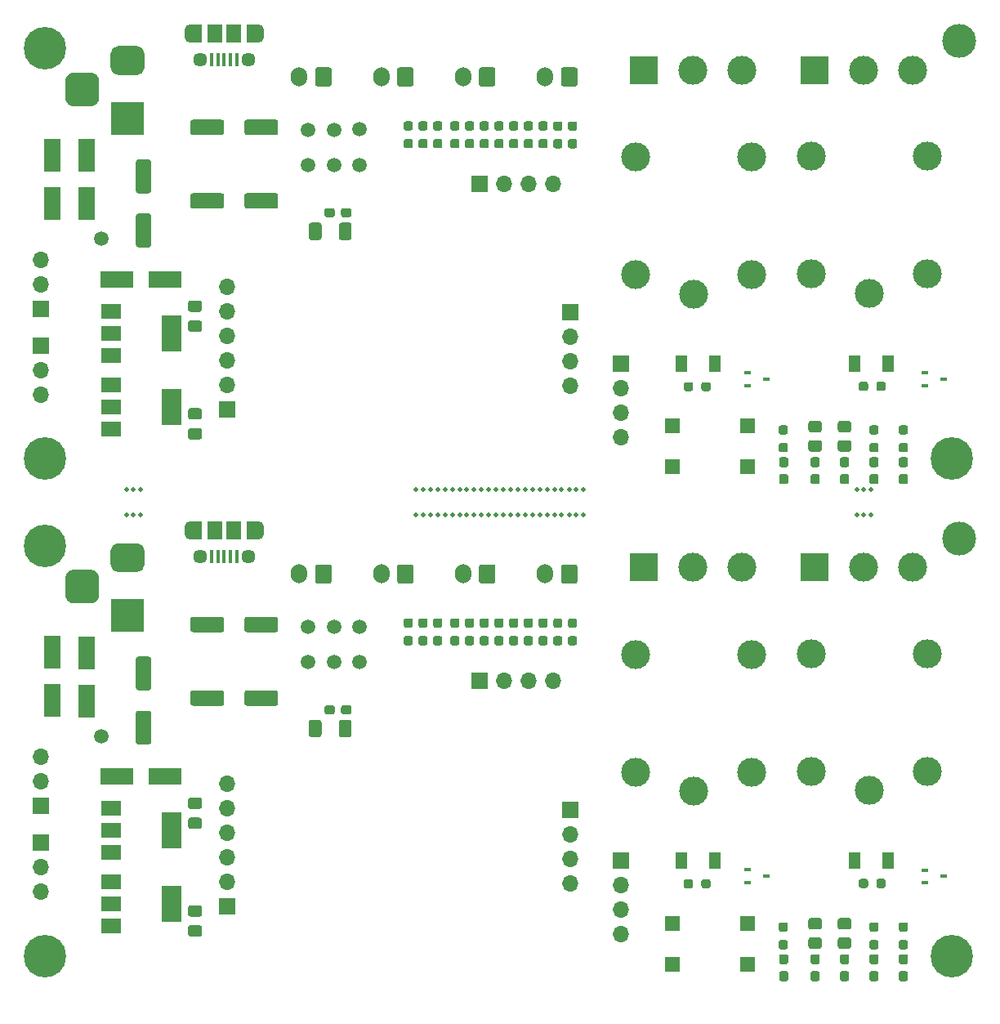
<source format=gbr>
G04 #@! TF.GenerationSoftware,KiCad,Pcbnew,5.1.9-73d0e3b20d~88~ubuntu18.04.1*
G04 #@! TF.CreationDate,2021-04-02T00:43:31+03:00*
G04 #@! TF.ProjectId,electra-100x100mm-2x1-panel,656c6563-7472-4612-9d31-303078313030,1*
G04 #@! TF.SameCoordinates,Original*
G04 #@! TF.FileFunction,Soldermask,Top*
G04 #@! TF.FilePolarity,Negative*
%FSLAX46Y46*%
G04 Gerber Fmt 4.6, Leading zero omitted, Abs format (unit mm)*
G04 Created by KiCad (PCBNEW 5.1.9-73d0e3b20d~88~ubuntu18.04.1) date 2021-04-02 00:43:31*
%MOMM*%
%LPD*%
G01*
G04 APERTURE LIST*
%ADD10R,2.000000X1.500000*%
%ADD11R,2.000000X3.800000*%
%ADD12R,1.800000X3.500000*%
%ADD13C,4.400000*%
%ADD14C,0.700000*%
%ADD15O,1.700000X2.000000*%
%ADD16C,1.500000*%
%ADD17C,3.000000*%
%ADD18R,3.000000X3.000000*%
%ADD19R,1.300000X1.700000*%
%ADD20R,3.500000X3.500000*%
%ADD21R,3.500000X1.800000*%
%ADD22O,1.700000X1.700000*%
%ADD23R,1.700000X1.700000*%
%ADD24R,1.200000X1.900000*%
%ADD25O,1.200000X1.900000*%
%ADD26R,1.500000X1.900000*%
%ADD27C,1.450000*%
%ADD28R,0.400000X1.350000*%
%ADD29R,0.700000X0.450000*%
%ADD30C,2.600000*%
%ADD31C,3.500000*%
%ADD32R,1.500000X1.500000*%
%ADD33C,0.500000*%
G04 APERTURE END LIST*
G36*
G01*
X137216300Y-133963397D02*
X137216300Y-135263403D01*
G75*
G02*
X136966303Y-135513400I-249997J0D01*
G01*
X136141297Y-135513400D01*
G75*
G02*
X135891300Y-135263403I0J249997D01*
G01*
X135891300Y-133963397D01*
G75*
G02*
X136141297Y-133713400I249997J0D01*
G01*
X136966303Y-133713400D01*
G75*
G02*
X137216300Y-133963397I0J-249997D01*
G01*
G37*
G36*
G01*
X140341300Y-133963397D02*
X140341300Y-135263403D01*
G75*
G02*
X140091303Y-135513400I-249997J0D01*
G01*
X139266297Y-135513400D01*
G75*
G02*
X139016300Y-135263403I0J249997D01*
G01*
X139016300Y-133963397D01*
G75*
G02*
X139266297Y-133713400I249997J0D01*
G01*
X140091303Y-133713400D01*
G75*
G02*
X140341300Y-133963397I0J-249997D01*
G01*
G37*
D10*
X115370600Y-150499800D03*
X115370600Y-155099800D03*
X115370600Y-152799800D03*
D11*
X121670600Y-152799800D03*
G36*
G01*
X161942100Y-124192800D02*
X161467100Y-124192800D01*
G75*
G02*
X161229600Y-123955300I0J237500D01*
G01*
X161229600Y-123455300D01*
G75*
G02*
X161467100Y-123217800I237500J0D01*
G01*
X161942100Y-123217800D01*
G75*
G02*
X162179600Y-123455300I0J-237500D01*
G01*
X162179600Y-123955300D01*
G75*
G02*
X161942100Y-124192800I-237500J0D01*
G01*
G37*
G36*
G01*
X161942100Y-126017800D02*
X161467100Y-126017800D01*
G75*
G02*
X161229600Y-125780300I0J237500D01*
G01*
X161229600Y-125280300D01*
G75*
G02*
X161467100Y-125042800I237500J0D01*
G01*
X161942100Y-125042800D01*
G75*
G02*
X162179600Y-125280300I0J-237500D01*
G01*
X162179600Y-125780300D01*
G75*
G02*
X161942100Y-126017800I-237500J0D01*
G01*
G37*
G36*
G01*
X145969100Y-125030800D02*
X146444100Y-125030800D01*
G75*
G02*
X146681600Y-125268300I0J-237500D01*
G01*
X146681600Y-125768300D01*
G75*
G02*
X146444100Y-126005800I-237500J0D01*
G01*
X145969100Y-126005800D01*
G75*
G02*
X145731600Y-125768300I0J237500D01*
G01*
X145731600Y-125268300D01*
G75*
G02*
X145969100Y-125030800I237500J0D01*
G01*
G37*
G36*
G01*
X145969100Y-123205800D02*
X146444100Y-123205800D01*
G75*
G02*
X146681600Y-123443300I0J-237500D01*
G01*
X146681600Y-123943300D01*
G75*
G02*
X146444100Y-124180800I-237500J0D01*
G01*
X145969100Y-124180800D01*
G75*
G02*
X145731600Y-123943300I0J237500D01*
G01*
X145731600Y-123443300D01*
G75*
G02*
X145969100Y-123205800I237500J0D01*
G01*
G37*
G36*
G01*
X138591800Y-132445500D02*
X138591800Y-132920500D01*
G75*
G02*
X138354300Y-133158000I-237500J0D01*
G01*
X137754300Y-133158000D01*
G75*
G02*
X137516800Y-132920500I0J237500D01*
G01*
X137516800Y-132445500D01*
G75*
G02*
X137754300Y-132208000I237500J0D01*
G01*
X138354300Y-132208000D01*
G75*
G02*
X138591800Y-132445500I0J-237500D01*
G01*
G37*
G36*
G01*
X140316800Y-132445500D02*
X140316800Y-132920500D01*
G75*
G02*
X140079300Y-133158000I-237500J0D01*
G01*
X139479300Y-133158000D01*
G75*
G02*
X139241800Y-132920500I0J237500D01*
G01*
X139241800Y-132445500D01*
G75*
G02*
X139479300Y-132208000I237500J0D01*
G01*
X140079300Y-132208000D01*
G75*
G02*
X140316800Y-132445500I0J-237500D01*
G01*
G37*
D12*
X112848600Y-131767800D03*
X112848600Y-126767800D03*
D13*
X108566600Y-158167800D03*
D14*
X110216600Y-158167800D03*
X109733326Y-159334526D03*
X108566600Y-159817800D03*
X107399874Y-159334526D03*
X106916600Y-158167800D03*
X107399874Y-157001074D03*
X108566600Y-156517800D03*
X109733326Y-157001074D03*
D15*
X160394400Y-118611400D03*
G36*
G01*
X163744400Y-117861400D02*
X163744400Y-119361400D01*
G75*
G02*
X163494400Y-119611400I-250000J0D01*
G01*
X162294400Y-119611400D01*
G75*
G02*
X162044400Y-119361400I0J250000D01*
G01*
X162044400Y-117861400D01*
G75*
G02*
X162294400Y-117611400I250000J0D01*
G01*
X163494400Y-117611400D01*
G75*
G02*
X163744400Y-117861400I0J-250000D01*
G01*
G37*
D16*
X114393100Y-135400800D03*
G36*
G01*
X151270100Y-126005800D02*
X150795100Y-126005800D01*
G75*
G02*
X150557600Y-125768300I0J237500D01*
G01*
X150557600Y-125268300D01*
G75*
G02*
X150795100Y-125030800I237500J0D01*
G01*
X151270100Y-125030800D01*
G75*
G02*
X151507600Y-125268300I0J-237500D01*
G01*
X151507600Y-125768300D01*
G75*
G02*
X151270100Y-126005800I-237500J0D01*
G01*
G37*
G36*
G01*
X151270100Y-124180800D02*
X150795100Y-124180800D01*
G75*
G02*
X150557600Y-123943300I0J237500D01*
G01*
X150557600Y-123443300D01*
G75*
G02*
X150795100Y-123205800I237500J0D01*
G01*
X151270100Y-123205800D01*
G75*
G02*
X151507600Y-123443300I0J-237500D01*
G01*
X151507600Y-123943300D01*
G75*
G02*
X151270100Y-124180800I-237500J0D01*
G01*
G37*
D17*
X198486600Y-117887800D03*
X193406600Y-117887800D03*
D18*
X188326600Y-117887800D03*
G36*
G01*
X146751800Y-117861400D02*
X146751800Y-119361400D01*
G75*
G02*
X146501800Y-119611400I-250000J0D01*
G01*
X145301800Y-119611400D01*
G75*
G02*
X145051800Y-119361400I0J250000D01*
G01*
X145051800Y-117861400D01*
G75*
G02*
X145301800Y-117611400I250000J0D01*
G01*
X146501800Y-117611400D01*
G75*
G02*
X146751800Y-117861400I0J-250000D01*
G01*
G37*
D15*
X143401800Y-118611400D03*
X134918200Y-118611400D03*
G36*
G01*
X138268200Y-117861400D02*
X138268200Y-119361400D01*
G75*
G02*
X138018200Y-119611400I-250000J0D01*
G01*
X136818200Y-119611400D01*
G75*
G02*
X136568200Y-119361400I0J250000D01*
G01*
X136568200Y-117861400D01*
G75*
G02*
X136818200Y-117611400I250000J0D01*
G01*
X138018200Y-117611400D01*
G75*
G02*
X138268200Y-117861400I0J-250000D01*
G01*
G37*
D18*
X170576600Y-117887800D03*
D17*
X175656600Y-117887800D03*
X180736600Y-117887800D03*
D19*
X195949900Y-148316700D03*
X192449900Y-148316700D03*
G36*
G01*
X175728200Y-150466800D02*
X175728200Y-150941800D01*
G75*
G02*
X175490700Y-151179300I-237500J0D01*
G01*
X174990700Y-151179300D01*
G75*
G02*
X174753200Y-150941800I0J237500D01*
G01*
X174753200Y-150466800D01*
G75*
G02*
X174990700Y-150229300I237500J0D01*
G01*
X175490700Y-150229300D01*
G75*
G02*
X175728200Y-150466800I0J-237500D01*
G01*
G37*
G36*
G01*
X177553200Y-150466800D02*
X177553200Y-150941800D01*
G75*
G02*
X177315700Y-151179300I-237500J0D01*
G01*
X176815700Y-151179300D01*
G75*
G02*
X176578200Y-150941800I0J237500D01*
G01*
X176578200Y-150466800D01*
G75*
G02*
X176815700Y-150229300I237500J0D01*
G01*
X177315700Y-150229300D01*
G75*
G02*
X177553200Y-150466800I0J-237500D01*
G01*
G37*
G36*
G01*
X119324600Y-130667800D02*
X118224600Y-130667800D01*
G75*
G02*
X117974600Y-130417800I0J250000D01*
G01*
X117974600Y-127417800D01*
G75*
G02*
X118224600Y-127167800I250000J0D01*
G01*
X119324600Y-127167800D01*
G75*
G02*
X119574600Y-127417800I0J-250000D01*
G01*
X119574600Y-130417800D01*
G75*
G02*
X119324600Y-130667800I-250000J0D01*
G01*
G37*
G36*
G01*
X119324600Y-136267800D02*
X118224600Y-136267800D01*
G75*
G02*
X117974600Y-136017800I0J250000D01*
G01*
X117974600Y-133017800D01*
G75*
G02*
X118224600Y-132767800I250000J0D01*
G01*
X119324600Y-132767800D01*
G75*
G02*
X119574600Y-133017800I0J-250000D01*
G01*
X119574600Y-136017800D01*
G75*
G02*
X119324600Y-136267800I-250000J0D01*
G01*
G37*
G36*
G01*
X155842100Y-126005800D02*
X155367100Y-126005800D01*
G75*
G02*
X155129600Y-125768300I0J237500D01*
G01*
X155129600Y-125268300D01*
G75*
G02*
X155367100Y-125030800I237500J0D01*
G01*
X155842100Y-125030800D01*
G75*
G02*
X156079600Y-125268300I0J-237500D01*
G01*
X156079600Y-125768300D01*
G75*
G02*
X155842100Y-126005800I-237500J0D01*
G01*
G37*
G36*
G01*
X155842100Y-124180800D02*
X155367100Y-124180800D01*
G75*
G02*
X155129600Y-123943300I0J237500D01*
G01*
X155129600Y-123443300D01*
G75*
G02*
X155367100Y-123205800I237500J0D01*
G01*
X155842100Y-123205800D01*
G75*
G02*
X156079600Y-123443300I0J-237500D01*
G01*
X156079600Y-123943300D01*
G75*
G02*
X155842100Y-124180800I-237500J0D01*
G01*
G37*
G36*
G01*
X123622600Y-124393800D02*
X123622600Y-123293800D01*
G75*
G02*
X123872600Y-123043800I250000J0D01*
G01*
X126872600Y-123043800D01*
G75*
G02*
X127122600Y-123293800I0J-250000D01*
G01*
X127122600Y-124393800D01*
G75*
G02*
X126872600Y-124643800I-250000J0D01*
G01*
X123872600Y-124643800D01*
G75*
G02*
X123622600Y-124393800I0J250000D01*
G01*
G37*
G36*
G01*
X129222600Y-124393800D02*
X129222600Y-123293800D01*
G75*
G02*
X129472600Y-123043800I250000J0D01*
G01*
X132472600Y-123043800D01*
G75*
G02*
X132722600Y-123293800I0J-250000D01*
G01*
X132722600Y-124393800D01*
G75*
G02*
X132472600Y-124643800I-250000J0D01*
G01*
X129472600Y-124643800D01*
G75*
G02*
X129222600Y-124393800I0J250000D01*
G01*
G37*
G36*
G01*
X124583600Y-142951800D02*
X123633600Y-142951800D01*
G75*
G02*
X123383600Y-142701800I0J250000D01*
G01*
X123383600Y-142026800D01*
G75*
G02*
X123633600Y-141776800I250000J0D01*
G01*
X124583600Y-141776800D01*
G75*
G02*
X124833600Y-142026800I0J-250000D01*
G01*
X124833600Y-142701800D01*
G75*
G02*
X124583600Y-142951800I-250000J0D01*
G01*
G37*
G36*
G01*
X124583600Y-145026800D02*
X123633600Y-145026800D01*
G75*
G02*
X123383600Y-144776800I0J250000D01*
G01*
X123383600Y-144101800D01*
G75*
G02*
X123633600Y-143851800I250000J0D01*
G01*
X124583600Y-143851800D01*
G75*
G02*
X124833600Y-144101800I0J-250000D01*
G01*
X124833600Y-144776800D01*
G75*
G02*
X124583600Y-145026800I-250000J0D01*
G01*
G37*
G36*
G01*
X111541600Y-118167800D02*
X113291600Y-118167800D01*
G75*
G02*
X114166600Y-119042800I0J-875000D01*
G01*
X114166600Y-120792800D01*
G75*
G02*
X113291600Y-121667800I-875000J0D01*
G01*
X111541600Y-121667800D01*
G75*
G02*
X110666600Y-120792800I0J875000D01*
G01*
X110666600Y-119042800D01*
G75*
G02*
X111541600Y-118167800I875000J0D01*
G01*
G37*
G36*
G01*
X116116600Y-115417800D02*
X118116600Y-115417800D01*
G75*
G02*
X118866600Y-116167800I0J-750000D01*
G01*
X118866600Y-117667800D01*
G75*
G02*
X118116600Y-118417800I-750000J0D01*
G01*
X116116600Y-118417800D01*
G75*
G02*
X115366600Y-117667800I0J750000D01*
G01*
X115366600Y-116167800D01*
G75*
G02*
X116116600Y-115417800I750000J0D01*
G01*
G37*
D20*
X117116600Y-122917800D03*
D21*
X116020600Y-139591800D03*
X121020600Y-139591800D03*
D22*
X108106600Y-137559800D03*
X108106600Y-140099800D03*
D23*
X108106600Y-142639800D03*
G36*
G01*
X123633600Y-152931300D02*
X124583600Y-152931300D01*
G75*
G02*
X124833600Y-153181300I0J-250000D01*
G01*
X124833600Y-153856300D01*
G75*
G02*
X124583600Y-154106300I-250000J0D01*
G01*
X123633600Y-154106300D01*
G75*
G02*
X123383600Y-153856300I0J250000D01*
G01*
X123383600Y-153181300D01*
G75*
G02*
X123633600Y-152931300I250000J0D01*
G01*
G37*
G36*
G01*
X123633600Y-155006300D02*
X124583600Y-155006300D01*
G75*
G02*
X124833600Y-155256300I0J-250000D01*
G01*
X124833600Y-155931300D01*
G75*
G02*
X124583600Y-156181300I-250000J0D01*
G01*
X123633600Y-156181300D01*
G75*
G02*
X123383600Y-155931300I0J250000D01*
G01*
X123383600Y-155256300D01*
G75*
G02*
X123633600Y-155006300I250000J0D01*
G01*
G37*
D22*
X127436000Y-140379200D03*
X127436000Y-142919200D03*
X127436000Y-145459200D03*
X127436000Y-147999200D03*
X127436000Y-150539200D03*
D23*
X127436000Y-153079200D03*
G36*
G01*
X129222600Y-132013800D02*
X129222600Y-130913800D01*
G75*
G02*
X129472600Y-130663800I250000J0D01*
G01*
X132472600Y-130663800D01*
G75*
G02*
X132722600Y-130913800I0J-250000D01*
G01*
X132722600Y-132013800D01*
G75*
G02*
X132472600Y-132263800I-250000J0D01*
G01*
X129472600Y-132263800D01*
G75*
G02*
X129222600Y-132013800I0J250000D01*
G01*
G37*
G36*
G01*
X123622600Y-132013800D02*
X123622600Y-130913800D01*
G75*
G02*
X123872600Y-130663800I250000J0D01*
G01*
X126872600Y-130663800D01*
G75*
G02*
X127122600Y-130913800I0J-250000D01*
G01*
X127122600Y-132013800D01*
G75*
G02*
X126872600Y-132263800I-250000J0D01*
G01*
X123872600Y-132263800D01*
G75*
G02*
X123622600Y-132013800I0J250000D01*
G01*
G37*
X108106600Y-146449800D03*
D22*
X108106600Y-148989800D03*
X108106600Y-151529800D03*
D24*
X130026600Y-114097800D03*
X124226600Y-114097800D03*
D25*
X123626600Y-114097800D03*
X130626600Y-114097800D03*
D26*
X128126600Y-114097800D03*
D27*
X124626600Y-116797800D03*
D28*
X127126600Y-116797800D03*
X126476600Y-116797800D03*
X125826600Y-116797800D03*
X128426600Y-116797800D03*
X127776600Y-116797800D03*
D27*
X129626600Y-116797800D03*
D26*
X126126600Y-114097800D03*
D10*
X115370600Y-142879800D03*
X115370600Y-147479800D03*
X115370600Y-145179800D03*
D11*
X121670600Y-145179800D03*
G36*
G01*
X197752100Y-160803800D02*
X197277100Y-160803800D01*
G75*
G02*
X197039600Y-160566300I0J237500D01*
G01*
X197039600Y-159991300D01*
G75*
G02*
X197277100Y-159753800I237500J0D01*
G01*
X197752100Y-159753800D01*
G75*
G02*
X197989600Y-159991300I0J-237500D01*
G01*
X197989600Y-160566300D01*
G75*
G02*
X197752100Y-160803800I-237500J0D01*
G01*
G37*
G36*
G01*
X197752100Y-159053800D02*
X197277100Y-159053800D01*
G75*
G02*
X197039600Y-158816300I0J237500D01*
G01*
X197039600Y-158241300D01*
G75*
G02*
X197277100Y-158003800I237500J0D01*
G01*
X197752100Y-158003800D01*
G75*
G02*
X197989600Y-158241300I0J-237500D01*
G01*
X197989600Y-158816300D01*
G75*
G02*
X197752100Y-159053800I-237500J0D01*
G01*
G37*
D22*
X161192600Y-129685800D03*
X158652600Y-129685800D03*
X156112600Y-129685800D03*
D23*
X153572600Y-129685800D03*
G36*
G01*
X162987100Y-123217800D02*
X163462100Y-123217800D01*
G75*
G02*
X163699600Y-123455300I0J-237500D01*
G01*
X163699600Y-123955300D01*
G75*
G02*
X163462100Y-124192800I-237500J0D01*
G01*
X162987100Y-124192800D01*
G75*
G02*
X162749600Y-123955300I0J237500D01*
G01*
X162749600Y-123455300D01*
G75*
G02*
X162987100Y-123217800I237500J0D01*
G01*
G37*
G36*
G01*
X162987100Y-125042800D02*
X163462100Y-125042800D01*
G75*
G02*
X163699600Y-125280300I0J-237500D01*
G01*
X163699600Y-125780300D01*
G75*
G02*
X163462100Y-126017800I-237500J0D01*
G01*
X162987100Y-126017800D01*
G75*
G02*
X162749600Y-125780300I0J237500D01*
G01*
X162749600Y-125280300D01*
G75*
G02*
X162987100Y-125042800I237500J0D01*
G01*
G37*
G36*
G01*
X149017100Y-125030800D02*
X149492100Y-125030800D01*
G75*
G02*
X149729600Y-125268300I0J-237500D01*
G01*
X149729600Y-125768300D01*
G75*
G02*
X149492100Y-126005800I-237500J0D01*
G01*
X149017100Y-126005800D01*
G75*
G02*
X148779600Y-125768300I0J237500D01*
G01*
X148779600Y-125268300D01*
G75*
G02*
X149017100Y-125030800I237500J0D01*
G01*
G37*
G36*
G01*
X149017100Y-123205800D02*
X149492100Y-123205800D01*
G75*
G02*
X149729600Y-123443300I0J-237500D01*
G01*
X149729600Y-123943300D01*
G75*
G02*
X149492100Y-124180800I-237500J0D01*
G01*
X149017100Y-124180800D01*
G75*
G02*
X148779600Y-123943300I0J237500D01*
G01*
X148779600Y-123443300D01*
G75*
G02*
X149017100Y-123205800I237500J0D01*
G01*
G37*
G36*
G01*
X157366100Y-124180800D02*
X156891100Y-124180800D01*
G75*
G02*
X156653600Y-123943300I0J237500D01*
G01*
X156653600Y-123443300D01*
G75*
G02*
X156891100Y-123205800I237500J0D01*
G01*
X157366100Y-123205800D01*
G75*
G02*
X157603600Y-123443300I0J-237500D01*
G01*
X157603600Y-123943300D01*
G75*
G02*
X157366100Y-124180800I-237500J0D01*
G01*
G37*
G36*
G01*
X157366100Y-126005800D02*
X156891100Y-126005800D01*
G75*
G02*
X156653600Y-125768300I0J237500D01*
G01*
X156653600Y-125268300D01*
G75*
G02*
X156891100Y-125030800I237500J0D01*
G01*
X157366100Y-125030800D01*
G75*
G02*
X157603600Y-125268300I0J-237500D01*
G01*
X157603600Y-125768300D01*
G75*
G02*
X157366100Y-126005800I-237500J0D01*
G01*
G37*
D29*
X199727700Y-149292300D03*
X199727700Y-150592300D03*
X201727700Y-149942300D03*
D19*
X174479400Y-148316700D03*
X177979400Y-148316700D03*
D17*
X199966600Y-139037800D03*
X199966600Y-126837800D03*
X187966600Y-126837800D03*
X187966600Y-139037800D03*
X193966600Y-141037800D03*
D29*
X183341400Y-149916900D03*
X181341400Y-150566900D03*
X181341400Y-149266900D03*
G36*
G01*
X194229100Y-156526800D02*
X194704100Y-156526800D01*
G75*
G02*
X194941600Y-156764300I0J-237500D01*
G01*
X194941600Y-157264300D01*
G75*
G02*
X194704100Y-157501800I-237500J0D01*
G01*
X194229100Y-157501800D01*
G75*
G02*
X193991600Y-157264300I0J237500D01*
G01*
X193991600Y-156764300D01*
G75*
G02*
X194229100Y-156526800I237500J0D01*
G01*
G37*
G36*
G01*
X194229100Y-154701800D02*
X194704100Y-154701800D01*
G75*
G02*
X194941600Y-154939300I0J-237500D01*
G01*
X194941600Y-155439300D01*
G75*
G02*
X194704100Y-155676800I-237500J0D01*
G01*
X194229100Y-155676800D01*
G75*
G02*
X193991600Y-155439300I0J237500D01*
G01*
X193991600Y-154939300D01*
G75*
G02*
X194229100Y-154701800I237500J0D01*
G01*
G37*
G36*
G01*
X185306100Y-157501800D02*
X184831100Y-157501800D01*
G75*
G02*
X184593600Y-157264300I0J237500D01*
G01*
X184593600Y-156764300D01*
G75*
G02*
X184831100Y-156526800I237500J0D01*
G01*
X185306100Y-156526800D01*
G75*
G02*
X185543600Y-156764300I0J-237500D01*
G01*
X185543600Y-157264300D01*
G75*
G02*
X185306100Y-157501800I-237500J0D01*
G01*
G37*
G36*
G01*
X185306100Y-155676800D02*
X184831100Y-155676800D01*
G75*
G02*
X184593600Y-155439300I0J237500D01*
G01*
X184593600Y-154939300D01*
G75*
G02*
X184831100Y-154701800I237500J0D01*
G01*
X185306100Y-154701800D01*
G75*
G02*
X185543600Y-154939300I0J-237500D01*
G01*
X185543600Y-155439300D01*
G75*
G02*
X185306100Y-155676800I-237500J0D01*
G01*
G37*
G36*
G01*
X152794100Y-126005800D02*
X152319100Y-126005800D01*
G75*
G02*
X152081600Y-125768300I0J237500D01*
G01*
X152081600Y-125268300D01*
G75*
G02*
X152319100Y-125030800I237500J0D01*
G01*
X152794100Y-125030800D01*
G75*
G02*
X153031600Y-125268300I0J-237500D01*
G01*
X153031600Y-125768300D01*
G75*
G02*
X152794100Y-126005800I-237500J0D01*
G01*
G37*
G36*
G01*
X152794100Y-124180800D02*
X152319100Y-124180800D01*
G75*
G02*
X152081600Y-123943300I0J237500D01*
G01*
X152081600Y-123443300D01*
G75*
G02*
X152319100Y-123205800I237500J0D01*
G01*
X152794100Y-123205800D01*
G75*
G02*
X153031600Y-123443300I0J-237500D01*
G01*
X153031600Y-123943300D01*
G75*
G02*
X152794100Y-124180800I-237500J0D01*
G01*
G37*
G36*
G01*
X193863800Y-150428700D02*
X193863800Y-150903700D01*
G75*
G02*
X193626300Y-151141200I-237500J0D01*
G01*
X193126300Y-151141200D01*
G75*
G02*
X192888800Y-150903700I0J237500D01*
G01*
X192888800Y-150428700D01*
G75*
G02*
X193126300Y-150191200I237500J0D01*
G01*
X193626300Y-150191200D01*
G75*
G02*
X193863800Y-150428700I0J-237500D01*
G01*
G37*
G36*
G01*
X195688800Y-150428700D02*
X195688800Y-150903700D01*
G75*
G02*
X195451300Y-151141200I-237500J0D01*
G01*
X194951300Y-151141200D01*
G75*
G02*
X194713800Y-150903700I0J237500D01*
G01*
X194713800Y-150428700D01*
G75*
G02*
X194951300Y-150191200I237500J0D01*
G01*
X195451300Y-150191200D01*
G75*
G02*
X195688800Y-150428700I0J-237500D01*
G01*
G37*
D30*
X203331200Y-114903000D03*
D31*
X203331200Y-114903000D03*
D14*
X109733326Y-114501074D03*
X108566600Y-114017800D03*
X107399874Y-114501074D03*
X106916600Y-115667800D03*
X107399874Y-116834526D03*
X108566600Y-117317800D03*
X109733326Y-116834526D03*
X110216600Y-115667800D03*
D13*
X108566600Y-115667800D03*
D16*
X141152000Y-124047000D03*
G36*
G01*
X194704100Y-159053800D02*
X194229100Y-159053800D01*
G75*
G02*
X193991600Y-158816300I0J237500D01*
G01*
X193991600Y-158241300D01*
G75*
G02*
X194229100Y-158003800I237500J0D01*
G01*
X194704100Y-158003800D01*
G75*
G02*
X194941600Y-158241300I0J-237500D01*
G01*
X194941600Y-158816300D01*
G75*
G02*
X194704100Y-159053800I-237500J0D01*
G01*
G37*
G36*
G01*
X194704100Y-160803800D02*
X194229100Y-160803800D01*
G75*
G02*
X193991600Y-160566300I0J237500D01*
G01*
X193991600Y-159991300D01*
G75*
G02*
X194229100Y-159753800I237500J0D01*
G01*
X194704100Y-159753800D01*
G75*
G02*
X194941600Y-159991300I0J-237500D01*
G01*
X194941600Y-160566300D01*
G75*
G02*
X194704100Y-160803800I-237500J0D01*
G01*
G37*
G36*
G01*
X197277100Y-154701800D02*
X197752100Y-154701800D01*
G75*
G02*
X197989600Y-154939300I0J-237500D01*
G01*
X197989600Y-155439300D01*
G75*
G02*
X197752100Y-155676800I-237500J0D01*
G01*
X197277100Y-155676800D01*
G75*
G02*
X197039600Y-155439300I0J237500D01*
G01*
X197039600Y-154939300D01*
G75*
G02*
X197277100Y-154701800I237500J0D01*
G01*
G37*
G36*
G01*
X197277100Y-156526800D02*
X197752100Y-156526800D01*
G75*
G02*
X197989600Y-156764300I0J-237500D01*
G01*
X197989600Y-157264300D01*
G75*
G02*
X197752100Y-157501800I-237500J0D01*
G01*
X197277100Y-157501800D01*
G75*
G02*
X197039600Y-157264300I0J237500D01*
G01*
X197039600Y-156764300D01*
G75*
G02*
X197277100Y-156526800I237500J0D01*
G01*
G37*
D32*
X181348600Y-154781000D03*
X173548600Y-154781000D03*
G36*
G01*
X191656100Y-160803800D02*
X191181100Y-160803800D01*
G75*
G02*
X190943600Y-160566300I0J237500D01*
G01*
X190943600Y-159991300D01*
G75*
G02*
X191181100Y-159753800I237500J0D01*
G01*
X191656100Y-159753800D01*
G75*
G02*
X191893600Y-159991300I0J-237500D01*
G01*
X191893600Y-160566300D01*
G75*
G02*
X191656100Y-160803800I-237500J0D01*
G01*
G37*
G36*
G01*
X191656100Y-159053800D02*
X191181100Y-159053800D01*
G75*
G02*
X190943600Y-158816300I0J237500D01*
G01*
X190943600Y-158241300D01*
G75*
G02*
X191181100Y-158003800I237500J0D01*
G01*
X191656100Y-158003800D01*
G75*
G02*
X191893600Y-158241300I0J-237500D01*
G01*
X191893600Y-158816300D01*
G75*
G02*
X191656100Y-159053800I-237500J0D01*
G01*
G37*
G36*
G01*
X188820601Y-157447800D02*
X187920599Y-157447800D01*
G75*
G02*
X187670600Y-157197801I0J249999D01*
G01*
X187670600Y-156497799D01*
G75*
G02*
X187920599Y-156247800I249999J0D01*
G01*
X188820601Y-156247800D01*
G75*
G02*
X189070600Y-156497799I0J-249999D01*
G01*
X189070600Y-157197801D01*
G75*
G02*
X188820601Y-157447800I-249999J0D01*
G01*
G37*
G36*
G01*
X188820601Y-155447800D02*
X187920599Y-155447800D01*
G75*
G02*
X187670600Y-155197801I0J249999D01*
G01*
X187670600Y-154497799D01*
G75*
G02*
X187920599Y-154247800I249999J0D01*
G01*
X188820601Y-154247800D01*
G75*
G02*
X189070600Y-154497799I0J-249999D01*
G01*
X189070600Y-155197801D01*
G75*
G02*
X188820601Y-155447800I-249999J0D01*
G01*
G37*
D16*
X138510400Y-127730000D03*
D23*
X162983300Y-143008100D03*
D22*
X162983300Y-145548100D03*
X162983300Y-148088100D03*
X162983300Y-150628100D03*
D16*
X141152000Y-127730000D03*
D22*
X168203000Y-155898600D03*
X168203000Y-153358600D03*
X168203000Y-150818600D03*
D23*
X168203000Y-148278600D03*
D17*
X175796600Y-141127800D03*
X169796600Y-139127800D03*
X169796600Y-126927800D03*
X181796600Y-126927800D03*
X181796600Y-139127800D03*
G36*
G01*
X185356100Y-159053800D02*
X184881100Y-159053800D01*
G75*
G02*
X184643600Y-158816300I0J237500D01*
G01*
X184643600Y-158241300D01*
G75*
G02*
X184881100Y-158003800I237500J0D01*
G01*
X185356100Y-158003800D01*
G75*
G02*
X185593600Y-158241300I0J-237500D01*
G01*
X185593600Y-158816300D01*
G75*
G02*
X185356100Y-159053800I-237500J0D01*
G01*
G37*
G36*
G01*
X185356100Y-160803800D02*
X184881100Y-160803800D01*
G75*
G02*
X184643600Y-160566300I0J237500D01*
G01*
X184643600Y-159991300D01*
G75*
G02*
X184881100Y-159753800I237500J0D01*
G01*
X185356100Y-159753800D01*
G75*
G02*
X185593600Y-159991300I0J-237500D01*
G01*
X185593600Y-160566300D01*
G75*
G02*
X185356100Y-160803800I-237500J0D01*
G01*
G37*
D12*
X109308600Y-126717800D03*
X109308600Y-131717800D03*
D16*
X135792600Y-124097800D03*
D14*
X203733326Y-157001074D03*
X202566600Y-156517800D03*
X201399874Y-157001074D03*
X200916600Y-158167800D03*
X201399874Y-159334526D03*
X202566600Y-159817800D03*
X203733326Y-159334526D03*
X204216600Y-158167800D03*
D13*
X202566600Y-158167800D03*
D32*
X173548600Y-159022800D03*
X181348600Y-159022800D03*
D16*
X135818000Y-127730000D03*
G36*
G01*
X159939100Y-123205800D02*
X160414100Y-123205800D01*
G75*
G02*
X160651600Y-123443300I0J-237500D01*
G01*
X160651600Y-123943300D01*
G75*
G02*
X160414100Y-124180800I-237500J0D01*
G01*
X159939100Y-124180800D01*
G75*
G02*
X159701600Y-123943300I0J237500D01*
G01*
X159701600Y-123443300D01*
G75*
G02*
X159939100Y-123205800I237500J0D01*
G01*
G37*
G36*
G01*
X159939100Y-125030800D02*
X160414100Y-125030800D01*
G75*
G02*
X160651600Y-125268300I0J-237500D01*
G01*
X160651600Y-125768300D01*
G75*
G02*
X160414100Y-126005800I-237500J0D01*
G01*
X159939100Y-126005800D01*
G75*
G02*
X159701600Y-125768300I0J237500D01*
G01*
X159701600Y-125268300D01*
G75*
G02*
X159939100Y-125030800I237500J0D01*
G01*
G37*
G36*
G01*
X155235400Y-117861400D02*
X155235400Y-119361400D01*
G75*
G02*
X154985400Y-119611400I-250000J0D01*
G01*
X153785400Y-119611400D01*
G75*
G02*
X153535400Y-119361400I0J250000D01*
G01*
X153535400Y-117861400D01*
G75*
G02*
X153785400Y-117611400I250000J0D01*
G01*
X154985400Y-117611400D01*
G75*
G02*
X155235400Y-117861400I0J-250000D01*
G01*
G37*
D15*
X151885400Y-118611400D03*
D16*
X138485000Y-124072400D03*
G36*
G01*
X188608100Y-159053800D02*
X188133100Y-159053800D01*
G75*
G02*
X187895600Y-158816300I0J237500D01*
G01*
X187895600Y-158241300D01*
G75*
G02*
X188133100Y-158003800I237500J0D01*
G01*
X188608100Y-158003800D01*
G75*
G02*
X188845600Y-158241300I0J-237500D01*
G01*
X188845600Y-158816300D01*
G75*
G02*
X188608100Y-159053800I-237500J0D01*
G01*
G37*
G36*
G01*
X188608100Y-160803800D02*
X188133100Y-160803800D01*
G75*
G02*
X187895600Y-160566300I0J237500D01*
G01*
X187895600Y-159991300D01*
G75*
G02*
X188133100Y-159753800I237500J0D01*
G01*
X188608100Y-159753800D01*
G75*
G02*
X188845600Y-159991300I0J-237500D01*
G01*
X188845600Y-160566300D01*
G75*
G02*
X188608100Y-160803800I-237500J0D01*
G01*
G37*
G36*
G01*
X147493100Y-123205800D02*
X147968100Y-123205800D01*
G75*
G02*
X148205600Y-123443300I0J-237500D01*
G01*
X148205600Y-123943300D01*
G75*
G02*
X147968100Y-124180800I-237500J0D01*
G01*
X147493100Y-124180800D01*
G75*
G02*
X147255600Y-123943300I0J237500D01*
G01*
X147255600Y-123443300D01*
G75*
G02*
X147493100Y-123205800I237500J0D01*
G01*
G37*
G36*
G01*
X147493100Y-125030800D02*
X147968100Y-125030800D01*
G75*
G02*
X148205600Y-125268300I0J-237500D01*
G01*
X148205600Y-125768300D01*
G75*
G02*
X147968100Y-126005800I-237500J0D01*
G01*
X147493100Y-126005800D01*
G75*
G02*
X147255600Y-125768300I0J237500D01*
G01*
X147255600Y-125268300D01*
G75*
G02*
X147493100Y-125030800I237500J0D01*
G01*
G37*
G36*
G01*
X191868601Y-155447800D02*
X190968599Y-155447800D01*
G75*
G02*
X190718600Y-155197801I0J249999D01*
G01*
X190718600Y-154497799D01*
G75*
G02*
X190968599Y-154247800I249999J0D01*
G01*
X191868601Y-154247800D01*
G75*
G02*
X192118600Y-154497799I0J-249999D01*
G01*
X192118600Y-155197801D01*
G75*
G02*
X191868601Y-155447800I-249999J0D01*
G01*
G37*
G36*
G01*
X191868601Y-157447800D02*
X190968599Y-157447800D01*
G75*
G02*
X190718600Y-157197801I0J249999D01*
G01*
X190718600Y-156497799D01*
G75*
G02*
X190968599Y-156247800I249999J0D01*
G01*
X191868601Y-156247800D01*
G75*
G02*
X192118600Y-156497799I0J-249999D01*
G01*
X192118600Y-157197801D01*
G75*
G02*
X191868601Y-157447800I-249999J0D01*
G01*
G37*
G36*
G01*
X158415100Y-125030800D02*
X158890100Y-125030800D01*
G75*
G02*
X159127600Y-125268300I0J-237500D01*
G01*
X159127600Y-125768300D01*
G75*
G02*
X158890100Y-126005800I-237500J0D01*
G01*
X158415100Y-126005800D01*
G75*
G02*
X158177600Y-125768300I0J237500D01*
G01*
X158177600Y-125268300D01*
G75*
G02*
X158415100Y-125030800I237500J0D01*
G01*
G37*
G36*
G01*
X158415100Y-123205800D02*
X158890100Y-123205800D01*
G75*
G02*
X159127600Y-123443300I0J-237500D01*
G01*
X159127600Y-123943300D01*
G75*
G02*
X158890100Y-124180800I-237500J0D01*
G01*
X158415100Y-124180800D01*
G75*
G02*
X158177600Y-123943300I0J237500D01*
G01*
X158177600Y-123443300D01*
G75*
G02*
X158415100Y-123205800I237500J0D01*
G01*
G37*
G36*
G01*
X153843100Y-125030800D02*
X154318100Y-125030800D01*
G75*
G02*
X154555600Y-125268300I0J-237500D01*
G01*
X154555600Y-125768300D01*
G75*
G02*
X154318100Y-126005800I-237500J0D01*
G01*
X153843100Y-126005800D01*
G75*
G02*
X153605600Y-125768300I0J237500D01*
G01*
X153605600Y-125268300D01*
G75*
G02*
X153843100Y-125030800I237500J0D01*
G01*
G37*
G36*
G01*
X153843100Y-123205800D02*
X154318100Y-123205800D01*
G75*
G02*
X154555600Y-123443300I0J-237500D01*
G01*
X154555600Y-123943300D01*
G75*
G02*
X154318100Y-124180800I-237500J0D01*
G01*
X153843100Y-124180800D01*
G75*
G02*
X153605600Y-123943300I0J237500D01*
G01*
X153605600Y-123443300D01*
G75*
G02*
X153843100Y-123205800I237500J0D01*
G01*
G37*
D33*
X164380100Y-112474200D03*
X163630100Y-109874200D03*
X163630100Y-112474200D03*
X162880100Y-112474200D03*
X164380100Y-109874200D03*
X162880100Y-109874200D03*
X162105100Y-112474200D03*
X161355100Y-109874200D03*
X161355100Y-112474200D03*
X160605100Y-112474200D03*
X162105100Y-109874200D03*
X160605100Y-109874200D03*
X159830100Y-112474200D03*
X159080100Y-109874200D03*
X159080100Y-112474200D03*
X158330100Y-112474200D03*
X159830100Y-109874200D03*
X158330100Y-109874200D03*
X157555100Y-112474200D03*
X156805100Y-109874200D03*
X156805100Y-112474200D03*
X156055100Y-112474200D03*
X157555100Y-109874200D03*
X156055100Y-109874200D03*
X155280100Y-112474200D03*
X154530100Y-109874200D03*
X154530100Y-112474200D03*
X153780100Y-112474200D03*
X155280100Y-109874200D03*
X153780100Y-109874200D03*
X153030100Y-112474200D03*
X152280100Y-109874200D03*
X152280100Y-112474200D03*
X151530100Y-112474200D03*
X153030100Y-109874200D03*
X151530100Y-109874200D03*
X150780100Y-112474200D03*
X150030100Y-109874200D03*
X150030100Y-112474200D03*
X149280100Y-112474200D03*
X150780100Y-109874200D03*
X149280100Y-109874200D03*
X148530100Y-112474200D03*
X147780100Y-112474200D03*
X147030100Y-112474200D03*
X148530100Y-109874200D03*
X147780100Y-109874200D03*
X147030100Y-109874200D03*
X193430100Y-109874200D03*
X193430100Y-112474200D03*
X194180100Y-109874200D03*
X192680100Y-109874200D03*
X192680100Y-112474200D03*
X194180100Y-112474200D03*
X118480100Y-112474200D03*
X116980100Y-112474200D03*
X116980100Y-109874200D03*
X118480100Y-109874200D03*
X117730100Y-112474200D03*
X117730100Y-109874200D03*
D31*
X203331200Y-63403000D03*
D30*
X203331200Y-63403000D03*
D22*
X162983300Y-99128100D03*
X162983300Y-96588100D03*
X162983300Y-94048100D03*
D23*
X162983300Y-91508100D03*
D13*
X108566600Y-64167800D03*
D14*
X110216600Y-64167800D03*
X109733326Y-65334526D03*
X108566600Y-65817800D03*
X107399874Y-65334526D03*
X106916600Y-64167800D03*
X107399874Y-63001074D03*
X108566600Y-62517800D03*
X109733326Y-63001074D03*
X109733326Y-105501074D03*
X108566600Y-105017800D03*
X107399874Y-105501074D03*
X106916600Y-106667800D03*
X107399874Y-107834526D03*
X108566600Y-108317800D03*
X109733326Y-107834526D03*
X110216600Y-106667800D03*
D13*
X108566600Y-106667800D03*
X202566600Y-106667800D03*
D14*
X204216600Y-106667800D03*
X203733326Y-107834526D03*
X202566600Y-108317800D03*
X201399874Y-107834526D03*
X200916600Y-106667800D03*
X201399874Y-105501074D03*
X202566600Y-105017800D03*
X203733326Y-105501074D03*
G36*
G01*
X140316800Y-80945500D02*
X140316800Y-81420500D01*
G75*
G02*
X140079300Y-81658000I-237500J0D01*
G01*
X139479300Y-81658000D01*
G75*
G02*
X139241800Y-81420500I0J237500D01*
G01*
X139241800Y-80945500D01*
G75*
G02*
X139479300Y-80708000I237500J0D01*
G01*
X140079300Y-80708000D01*
G75*
G02*
X140316800Y-80945500I0J-237500D01*
G01*
G37*
G36*
G01*
X138591800Y-80945500D02*
X138591800Y-81420500D01*
G75*
G02*
X138354300Y-81658000I-237500J0D01*
G01*
X137754300Y-81658000D01*
G75*
G02*
X137516800Y-81420500I0J237500D01*
G01*
X137516800Y-80945500D01*
G75*
G02*
X137754300Y-80708000I237500J0D01*
G01*
X138354300Y-80708000D01*
G75*
G02*
X138591800Y-80945500I0J-237500D01*
G01*
G37*
G36*
G01*
X140341300Y-82463397D02*
X140341300Y-83763403D01*
G75*
G02*
X140091303Y-84013400I-249997J0D01*
G01*
X139266297Y-84013400D01*
G75*
G02*
X139016300Y-83763403I0J249997D01*
G01*
X139016300Y-82463397D01*
G75*
G02*
X139266297Y-82213400I249997J0D01*
G01*
X140091303Y-82213400D01*
G75*
G02*
X140341300Y-82463397I0J-249997D01*
G01*
G37*
G36*
G01*
X137216300Y-82463397D02*
X137216300Y-83763403D01*
G75*
G02*
X136966303Y-84013400I-249997J0D01*
G01*
X136141297Y-84013400D01*
G75*
G02*
X135891300Y-83763403I0J249997D01*
G01*
X135891300Y-82463397D01*
G75*
G02*
X136141297Y-82213400I249997J0D01*
G01*
X136966303Y-82213400D01*
G75*
G02*
X137216300Y-82463397I0J-249997D01*
G01*
G37*
D12*
X109308600Y-80217800D03*
X109308600Y-75217800D03*
X112848600Y-75267800D03*
X112848600Y-80267800D03*
G36*
G01*
X185356100Y-109303800D02*
X184881100Y-109303800D01*
G75*
G02*
X184643600Y-109066300I0J237500D01*
G01*
X184643600Y-108491300D01*
G75*
G02*
X184881100Y-108253800I237500J0D01*
G01*
X185356100Y-108253800D01*
G75*
G02*
X185593600Y-108491300I0J-237500D01*
G01*
X185593600Y-109066300D01*
G75*
G02*
X185356100Y-109303800I-237500J0D01*
G01*
G37*
G36*
G01*
X185356100Y-107553800D02*
X184881100Y-107553800D01*
G75*
G02*
X184643600Y-107316300I0J237500D01*
G01*
X184643600Y-106741300D01*
G75*
G02*
X184881100Y-106503800I237500J0D01*
G01*
X185356100Y-106503800D01*
G75*
G02*
X185593600Y-106741300I0J-237500D01*
G01*
X185593600Y-107316300D01*
G75*
G02*
X185356100Y-107553800I-237500J0D01*
G01*
G37*
G36*
G01*
X194704100Y-109303800D02*
X194229100Y-109303800D01*
G75*
G02*
X193991600Y-109066300I0J237500D01*
G01*
X193991600Y-108491300D01*
G75*
G02*
X194229100Y-108253800I237500J0D01*
G01*
X194704100Y-108253800D01*
G75*
G02*
X194941600Y-108491300I0J-237500D01*
G01*
X194941600Y-109066300D01*
G75*
G02*
X194704100Y-109303800I-237500J0D01*
G01*
G37*
G36*
G01*
X194704100Y-107553800D02*
X194229100Y-107553800D01*
G75*
G02*
X193991600Y-107316300I0J237500D01*
G01*
X193991600Y-106741300D01*
G75*
G02*
X194229100Y-106503800I237500J0D01*
G01*
X194704100Y-106503800D01*
G75*
G02*
X194941600Y-106741300I0J-237500D01*
G01*
X194941600Y-107316300D01*
G75*
G02*
X194704100Y-107553800I-237500J0D01*
G01*
G37*
G36*
G01*
X191656100Y-107553800D02*
X191181100Y-107553800D01*
G75*
G02*
X190943600Y-107316300I0J237500D01*
G01*
X190943600Y-106741300D01*
G75*
G02*
X191181100Y-106503800I237500J0D01*
G01*
X191656100Y-106503800D01*
G75*
G02*
X191893600Y-106741300I0J-237500D01*
G01*
X191893600Y-107316300D01*
G75*
G02*
X191656100Y-107553800I-237500J0D01*
G01*
G37*
G36*
G01*
X191656100Y-109303800D02*
X191181100Y-109303800D01*
G75*
G02*
X190943600Y-109066300I0J237500D01*
G01*
X190943600Y-108491300D01*
G75*
G02*
X191181100Y-108253800I237500J0D01*
G01*
X191656100Y-108253800D01*
G75*
G02*
X191893600Y-108491300I0J-237500D01*
G01*
X191893600Y-109066300D01*
G75*
G02*
X191656100Y-109303800I-237500J0D01*
G01*
G37*
G36*
G01*
X188608100Y-109303800D02*
X188133100Y-109303800D01*
G75*
G02*
X187895600Y-109066300I0J237500D01*
G01*
X187895600Y-108491300D01*
G75*
G02*
X188133100Y-108253800I237500J0D01*
G01*
X188608100Y-108253800D01*
G75*
G02*
X188845600Y-108491300I0J-237500D01*
G01*
X188845600Y-109066300D01*
G75*
G02*
X188608100Y-109303800I-237500J0D01*
G01*
G37*
G36*
G01*
X188608100Y-107553800D02*
X188133100Y-107553800D01*
G75*
G02*
X187895600Y-107316300I0J237500D01*
G01*
X187895600Y-106741300D01*
G75*
G02*
X188133100Y-106503800I237500J0D01*
G01*
X188608100Y-106503800D01*
G75*
G02*
X188845600Y-106741300I0J-237500D01*
G01*
X188845600Y-107316300D01*
G75*
G02*
X188608100Y-107553800I-237500J0D01*
G01*
G37*
G36*
G01*
X197752100Y-107553800D02*
X197277100Y-107553800D01*
G75*
G02*
X197039600Y-107316300I0J237500D01*
G01*
X197039600Y-106741300D01*
G75*
G02*
X197277100Y-106503800I237500J0D01*
G01*
X197752100Y-106503800D01*
G75*
G02*
X197989600Y-106741300I0J-237500D01*
G01*
X197989600Y-107316300D01*
G75*
G02*
X197752100Y-107553800I-237500J0D01*
G01*
G37*
G36*
G01*
X197752100Y-109303800D02*
X197277100Y-109303800D01*
G75*
G02*
X197039600Y-109066300I0J237500D01*
G01*
X197039600Y-108491300D01*
G75*
G02*
X197277100Y-108253800I237500J0D01*
G01*
X197752100Y-108253800D01*
G75*
G02*
X197989600Y-108491300I0J-237500D01*
G01*
X197989600Y-109066300D01*
G75*
G02*
X197752100Y-109303800I-237500J0D01*
G01*
G37*
D17*
X180736600Y-66387800D03*
X175656600Y-66387800D03*
D18*
X170576600Y-66387800D03*
G36*
G01*
X163744400Y-66361400D02*
X163744400Y-67861400D01*
G75*
G02*
X163494400Y-68111400I-250000J0D01*
G01*
X162294400Y-68111400D01*
G75*
G02*
X162044400Y-67861400I0J250000D01*
G01*
X162044400Y-66361400D01*
G75*
G02*
X162294400Y-66111400I250000J0D01*
G01*
X163494400Y-66111400D01*
G75*
G02*
X163744400Y-66361400I0J-250000D01*
G01*
G37*
D15*
X160394400Y-67111400D03*
X151885400Y-67111400D03*
G36*
G01*
X155235400Y-66361400D02*
X155235400Y-67861400D01*
G75*
G02*
X154985400Y-68111400I-250000J0D01*
G01*
X153785400Y-68111400D01*
G75*
G02*
X153535400Y-67861400I0J250000D01*
G01*
X153535400Y-66361400D01*
G75*
G02*
X153785400Y-66111400I250000J0D01*
G01*
X154985400Y-66111400D01*
G75*
G02*
X155235400Y-66361400I0J-250000D01*
G01*
G37*
X143401800Y-67111400D03*
G36*
G01*
X146751800Y-66361400D02*
X146751800Y-67861400D01*
G75*
G02*
X146501800Y-68111400I-250000J0D01*
G01*
X145301800Y-68111400D01*
G75*
G02*
X145051800Y-67861400I0J250000D01*
G01*
X145051800Y-66361400D01*
G75*
G02*
X145301800Y-66111400I250000J0D01*
G01*
X146501800Y-66111400D01*
G75*
G02*
X146751800Y-66361400I0J-250000D01*
G01*
G37*
G36*
G01*
X138268200Y-66361400D02*
X138268200Y-67861400D01*
G75*
G02*
X138018200Y-68111400I-250000J0D01*
G01*
X136818200Y-68111400D01*
G75*
G02*
X136568200Y-67861400I0J250000D01*
G01*
X136568200Y-66361400D01*
G75*
G02*
X136818200Y-66111400I250000J0D01*
G01*
X138018200Y-66111400D01*
G75*
G02*
X138268200Y-66361400I0J-250000D01*
G01*
G37*
X134918200Y-67111400D03*
D23*
X153572600Y-78185800D03*
D22*
X156112600Y-78185800D03*
X158652600Y-78185800D03*
X161192600Y-78185800D03*
D18*
X188326600Y-66387800D03*
D17*
X193406600Y-66387800D03*
X198486600Y-66387800D03*
X181796600Y-87627800D03*
X181796600Y-75427800D03*
X169796600Y-75427800D03*
X169796600Y-87627800D03*
X175796600Y-89627800D03*
X193966600Y-89537800D03*
X187966600Y-87537800D03*
X187966600Y-75337800D03*
X199966600Y-75337800D03*
X199966600Y-87537800D03*
D29*
X181341400Y-97766900D03*
X181341400Y-99066900D03*
X183341400Y-98416900D03*
X201727700Y-98442300D03*
X199727700Y-99092300D03*
X199727700Y-97792300D03*
G36*
G01*
X185306100Y-104176800D02*
X184831100Y-104176800D01*
G75*
G02*
X184593600Y-103939300I0J237500D01*
G01*
X184593600Y-103439300D01*
G75*
G02*
X184831100Y-103201800I237500J0D01*
G01*
X185306100Y-103201800D01*
G75*
G02*
X185543600Y-103439300I0J-237500D01*
G01*
X185543600Y-103939300D01*
G75*
G02*
X185306100Y-104176800I-237500J0D01*
G01*
G37*
G36*
G01*
X185306100Y-106001800D02*
X184831100Y-106001800D01*
G75*
G02*
X184593600Y-105764300I0J237500D01*
G01*
X184593600Y-105264300D01*
G75*
G02*
X184831100Y-105026800I237500J0D01*
G01*
X185306100Y-105026800D01*
G75*
G02*
X185543600Y-105264300I0J-237500D01*
G01*
X185543600Y-105764300D01*
G75*
G02*
X185306100Y-106001800I-237500J0D01*
G01*
G37*
G36*
G01*
X177553200Y-98966800D02*
X177553200Y-99441800D01*
G75*
G02*
X177315700Y-99679300I-237500J0D01*
G01*
X176815700Y-99679300D01*
G75*
G02*
X176578200Y-99441800I0J237500D01*
G01*
X176578200Y-98966800D01*
G75*
G02*
X176815700Y-98729300I237500J0D01*
G01*
X177315700Y-98729300D01*
G75*
G02*
X177553200Y-98966800I0J-237500D01*
G01*
G37*
G36*
G01*
X175728200Y-98966800D02*
X175728200Y-99441800D01*
G75*
G02*
X175490700Y-99679300I-237500J0D01*
G01*
X174990700Y-99679300D01*
G75*
G02*
X174753200Y-99441800I0J237500D01*
G01*
X174753200Y-98966800D01*
G75*
G02*
X174990700Y-98729300I237500J0D01*
G01*
X175490700Y-98729300D01*
G75*
G02*
X175728200Y-98966800I0J-237500D01*
G01*
G37*
G36*
G01*
X194229100Y-103201800D02*
X194704100Y-103201800D01*
G75*
G02*
X194941600Y-103439300I0J-237500D01*
G01*
X194941600Y-103939300D01*
G75*
G02*
X194704100Y-104176800I-237500J0D01*
G01*
X194229100Y-104176800D01*
G75*
G02*
X193991600Y-103939300I0J237500D01*
G01*
X193991600Y-103439300D01*
G75*
G02*
X194229100Y-103201800I237500J0D01*
G01*
G37*
G36*
G01*
X194229100Y-105026800D02*
X194704100Y-105026800D01*
G75*
G02*
X194941600Y-105264300I0J-237500D01*
G01*
X194941600Y-105764300D01*
G75*
G02*
X194704100Y-106001800I-237500J0D01*
G01*
X194229100Y-106001800D01*
G75*
G02*
X193991600Y-105764300I0J237500D01*
G01*
X193991600Y-105264300D01*
G75*
G02*
X194229100Y-105026800I237500J0D01*
G01*
G37*
G36*
G01*
X152794100Y-72680800D02*
X152319100Y-72680800D01*
G75*
G02*
X152081600Y-72443300I0J237500D01*
G01*
X152081600Y-71943300D01*
G75*
G02*
X152319100Y-71705800I237500J0D01*
G01*
X152794100Y-71705800D01*
G75*
G02*
X153031600Y-71943300I0J-237500D01*
G01*
X153031600Y-72443300D01*
G75*
G02*
X152794100Y-72680800I-237500J0D01*
G01*
G37*
G36*
G01*
X152794100Y-74505800D02*
X152319100Y-74505800D01*
G75*
G02*
X152081600Y-74268300I0J237500D01*
G01*
X152081600Y-73768300D01*
G75*
G02*
X152319100Y-73530800I237500J0D01*
G01*
X152794100Y-73530800D01*
G75*
G02*
X153031600Y-73768300I0J-237500D01*
G01*
X153031600Y-74268300D01*
G75*
G02*
X152794100Y-74505800I-237500J0D01*
G01*
G37*
G36*
G01*
X151270100Y-72680800D02*
X150795100Y-72680800D01*
G75*
G02*
X150557600Y-72443300I0J237500D01*
G01*
X150557600Y-71943300D01*
G75*
G02*
X150795100Y-71705800I237500J0D01*
G01*
X151270100Y-71705800D01*
G75*
G02*
X151507600Y-71943300I0J-237500D01*
G01*
X151507600Y-72443300D01*
G75*
G02*
X151270100Y-72680800I-237500J0D01*
G01*
G37*
G36*
G01*
X151270100Y-74505800D02*
X150795100Y-74505800D01*
G75*
G02*
X150557600Y-74268300I0J237500D01*
G01*
X150557600Y-73768300D01*
G75*
G02*
X150795100Y-73530800I237500J0D01*
G01*
X151270100Y-73530800D01*
G75*
G02*
X151507600Y-73768300I0J-237500D01*
G01*
X151507600Y-74268300D01*
G75*
G02*
X151270100Y-74505800I-237500J0D01*
G01*
G37*
G36*
G01*
X157366100Y-74505800D02*
X156891100Y-74505800D01*
G75*
G02*
X156653600Y-74268300I0J237500D01*
G01*
X156653600Y-73768300D01*
G75*
G02*
X156891100Y-73530800I237500J0D01*
G01*
X157366100Y-73530800D01*
G75*
G02*
X157603600Y-73768300I0J-237500D01*
G01*
X157603600Y-74268300D01*
G75*
G02*
X157366100Y-74505800I-237500J0D01*
G01*
G37*
G36*
G01*
X157366100Y-72680800D02*
X156891100Y-72680800D01*
G75*
G02*
X156653600Y-72443300I0J237500D01*
G01*
X156653600Y-71943300D01*
G75*
G02*
X156891100Y-71705800I237500J0D01*
G01*
X157366100Y-71705800D01*
G75*
G02*
X157603600Y-71943300I0J-237500D01*
G01*
X157603600Y-72443300D01*
G75*
G02*
X157366100Y-72680800I-237500J0D01*
G01*
G37*
G36*
G01*
X155842100Y-72680800D02*
X155367100Y-72680800D01*
G75*
G02*
X155129600Y-72443300I0J237500D01*
G01*
X155129600Y-71943300D01*
G75*
G02*
X155367100Y-71705800I237500J0D01*
G01*
X155842100Y-71705800D01*
G75*
G02*
X156079600Y-71943300I0J-237500D01*
G01*
X156079600Y-72443300D01*
G75*
G02*
X155842100Y-72680800I-237500J0D01*
G01*
G37*
G36*
G01*
X155842100Y-74505800D02*
X155367100Y-74505800D01*
G75*
G02*
X155129600Y-74268300I0J237500D01*
G01*
X155129600Y-73768300D01*
G75*
G02*
X155367100Y-73530800I237500J0D01*
G01*
X155842100Y-73530800D01*
G75*
G02*
X156079600Y-73768300I0J-237500D01*
G01*
X156079600Y-74268300D01*
G75*
G02*
X155842100Y-74505800I-237500J0D01*
G01*
G37*
G36*
G01*
X153843100Y-71705800D02*
X154318100Y-71705800D01*
G75*
G02*
X154555600Y-71943300I0J-237500D01*
G01*
X154555600Y-72443300D01*
G75*
G02*
X154318100Y-72680800I-237500J0D01*
G01*
X153843100Y-72680800D01*
G75*
G02*
X153605600Y-72443300I0J237500D01*
G01*
X153605600Y-71943300D01*
G75*
G02*
X153843100Y-71705800I237500J0D01*
G01*
G37*
G36*
G01*
X153843100Y-73530800D02*
X154318100Y-73530800D01*
G75*
G02*
X154555600Y-73768300I0J-237500D01*
G01*
X154555600Y-74268300D01*
G75*
G02*
X154318100Y-74505800I-237500J0D01*
G01*
X153843100Y-74505800D01*
G75*
G02*
X153605600Y-74268300I0J237500D01*
G01*
X153605600Y-73768300D01*
G75*
G02*
X153843100Y-73530800I237500J0D01*
G01*
G37*
G36*
G01*
X191868601Y-105947800D02*
X190968599Y-105947800D01*
G75*
G02*
X190718600Y-105697801I0J249999D01*
G01*
X190718600Y-104997799D01*
G75*
G02*
X190968599Y-104747800I249999J0D01*
G01*
X191868601Y-104747800D01*
G75*
G02*
X192118600Y-104997799I0J-249999D01*
G01*
X192118600Y-105697801D01*
G75*
G02*
X191868601Y-105947800I-249999J0D01*
G01*
G37*
G36*
G01*
X191868601Y-103947800D02*
X190968599Y-103947800D01*
G75*
G02*
X190718600Y-103697801I0J249999D01*
G01*
X190718600Y-102997799D01*
G75*
G02*
X190968599Y-102747800I249999J0D01*
G01*
X191868601Y-102747800D01*
G75*
G02*
X192118600Y-102997799I0J-249999D01*
G01*
X192118600Y-103697801D01*
G75*
G02*
X191868601Y-103947800I-249999J0D01*
G01*
G37*
G36*
G01*
X158415100Y-71705800D02*
X158890100Y-71705800D01*
G75*
G02*
X159127600Y-71943300I0J-237500D01*
G01*
X159127600Y-72443300D01*
G75*
G02*
X158890100Y-72680800I-237500J0D01*
G01*
X158415100Y-72680800D01*
G75*
G02*
X158177600Y-72443300I0J237500D01*
G01*
X158177600Y-71943300D01*
G75*
G02*
X158415100Y-71705800I237500J0D01*
G01*
G37*
G36*
G01*
X158415100Y-73530800D02*
X158890100Y-73530800D01*
G75*
G02*
X159127600Y-73768300I0J-237500D01*
G01*
X159127600Y-74268300D01*
G75*
G02*
X158890100Y-74505800I-237500J0D01*
G01*
X158415100Y-74505800D01*
G75*
G02*
X158177600Y-74268300I0J237500D01*
G01*
X158177600Y-73768300D01*
G75*
G02*
X158415100Y-73530800I237500J0D01*
G01*
G37*
G36*
G01*
X159939100Y-73530800D02*
X160414100Y-73530800D01*
G75*
G02*
X160651600Y-73768300I0J-237500D01*
G01*
X160651600Y-74268300D01*
G75*
G02*
X160414100Y-74505800I-237500J0D01*
G01*
X159939100Y-74505800D01*
G75*
G02*
X159701600Y-74268300I0J237500D01*
G01*
X159701600Y-73768300D01*
G75*
G02*
X159939100Y-73530800I237500J0D01*
G01*
G37*
G36*
G01*
X159939100Y-71705800D02*
X160414100Y-71705800D01*
G75*
G02*
X160651600Y-71943300I0J-237500D01*
G01*
X160651600Y-72443300D01*
G75*
G02*
X160414100Y-72680800I-237500J0D01*
G01*
X159939100Y-72680800D01*
G75*
G02*
X159701600Y-72443300I0J237500D01*
G01*
X159701600Y-71943300D01*
G75*
G02*
X159939100Y-71705800I237500J0D01*
G01*
G37*
G36*
G01*
X188820601Y-103947800D02*
X187920599Y-103947800D01*
G75*
G02*
X187670600Y-103697801I0J249999D01*
G01*
X187670600Y-102997799D01*
G75*
G02*
X187920599Y-102747800I249999J0D01*
G01*
X188820601Y-102747800D01*
G75*
G02*
X189070600Y-102997799I0J-249999D01*
G01*
X189070600Y-103697801D01*
G75*
G02*
X188820601Y-103947800I-249999J0D01*
G01*
G37*
G36*
G01*
X188820601Y-105947800D02*
X187920599Y-105947800D01*
G75*
G02*
X187670600Y-105697801I0J249999D01*
G01*
X187670600Y-104997799D01*
G75*
G02*
X187920599Y-104747800I249999J0D01*
G01*
X188820601Y-104747800D01*
G75*
G02*
X189070600Y-104997799I0J-249999D01*
G01*
X189070600Y-105697801D01*
G75*
G02*
X188820601Y-105947800I-249999J0D01*
G01*
G37*
G36*
G01*
X149017100Y-71705800D02*
X149492100Y-71705800D01*
G75*
G02*
X149729600Y-71943300I0J-237500D01*
G01*
X149729600Y-72443300D01*
G75*
G02*
X149492100Y-72680800I-237500J0D01*
G01*
X149017100Y-72680800D01*
G75*
G02*
X148779600Y-72443300I0J237500D01*
G01*
X148779600Y-71943300D01*
G75*
G02*
X149017100Y-71705800I237500J0D01*
G01*
G37*
G36*
G01*
X149017100Y-73530800D02*
X149492100Y-73530800D01*
G75*
G02*
X149729600Y-73768300I0J-237500D01*
G01*
X149729600Y-74268300D01*
G75*
G02*
X149492100Y-74505800I-237500J0D01*
G01*
X149017100Y-74505800D01*
G75*
G02*
X148779600Y-74268300I0J237500D01*
G01*
X148779600Y-73768300D01*
G75*
G02*
X149017100Y-73530800I237500J0D01*
G01*
G37*
G36*
G01*
X147493100Y-73530800D02*
X147968100Y-73530800D01*
G75*
G02*
X148205600Y-73768300I0J-237500D01*
G01*
X148205600Y-74268300D01*
G75*
G02*
X147968100Y-74505800I-237500J0D01*
G01*
X147493100Y-74505800D01*
G75*
G02*
X147255600Y-74268300I0J237500D01*
G01*
X147255600Y-73768300D01*
G75*
G02*
X147493100Y-73530800I237500J0D01*
G01*
G37*
G36*
G01*
X147493100Y-71705800D02*
X147968100Y-71705800D01*
G75*
G02*
X148205600Y-71943300I0J-237500D01*
G01*
X148205600Y-72443300D01*
G75*
G02*
X147968100Y-72680800I-237500J0D01*
G01*
X147493100Y-72680800D01*
G75*
G02*
X147255600Y-72443300I0J237500D01*
G01*
X147255600Y-71943300D01*
G75*
G02*
X147493100Y-71705800I237500J0D01*
G01*
G37*
G36*
G01*
X145969100Y-71705800D02*
X146444100Y-71705800D01*
G75*
G02*
X146681600Y-71943300I0J-237500D01*
G01*
X146681600Y-72443300D01*
G75*
G02*
X146444100Y-72680800I-237500J0D01*
G01*
X145969100Y-72680800D01*
G75*
G02*
X145731600Y-72443300I0J237500D01*
G01*
X145731600Y-71943300D01*
G75*
G02*
X145969100Y-71705800I237500J0D01*
G01*
G37*
G36*
G01*
X145969100Y-73530800D02*
X146444100Y-73530800D01*
G75*
G02*
X146681600Y-73768300I0J-237500D01*
G01*
X146681600Y-74268300D01*
G75*
G02*
X146444100Y-74505800I-237500J0D01*
G01*
X145969100Y-74505800D01*
G75*
G02*
X145731600Y-74268300I0J237500D01*
G01*
X145731600Y-73768300D01*
G75*
G02*
X145969100Y-73530800I237500J0D01*
G01*
G37*
G36*
G01*
X162987100Y-73542800D02*
X163462100Y-73542800D01*
G75*
G02*
X163699600Y-73780300I0J-237500D01*
G01*
X163699600Y-74280300D01*
G75*
G02*
X163462100Y-74517800I-237500J0D01*
G01*
X162987100Y-74517800D01*
G75*
G02*
X162749600Y-74280300I0J237500D01*
G01*
X162749600Y-73780300D01*
G75*
G02*
X162987100Y-73542800I237500J0D01*
G01*
G37*
G36*
G01*
X162987100Y-71717800D02*
X163462100Y-71717800D01*
G75*
G02*
X163699600Y-71955300I0J-237500D01*
G01*
X163699600Y-72455300D01*
G75*
G02*
X163462100Y-72692800I-237500J0D01*
G01*
X162987100Y-72692800D01*
G75*
G02*
X162749600Y-72455300I0J237500D01*
G01*
X162749600Y-71955300D01*
G75*
G02*
X162987100Y-71717800I237500J0D01*
G01*
G37*
G36*
G01*
X161942100Y-74517800D02*
X161467100Y-74517800D01*
G75*
G02*
X161229600Y-74280300I0J237500D01*
G01*
X161229600Y-73780300D01*
G75*
G02*
X161467100Y-73542800I237500J0D01*
G01*
X161942100Y-73542800D01*
G75*
G02*
X162179600Y-73780300I0J-237500D01*
G01*
X162179600Y-74280300D01*
G75*
G02*
X161942100Y-74517800I-237500J0D01*
G01*
G37*
G36*
G01*
X161942100Y-72692800D02*
X161467100Y-72692800D01*
G75*
G02*
X161229600Y-72455300I0J237500D01*
G01*
X161229600Y-71955300D01*
G75*
G02*
X161467100Y-71717800I237500J0D01*
G01*
X161942100Y-71717800D01*
G75*
G02*
X162179600Y-71955300I0J-237500D01*
G01*
X162179600Y-72455300D01*
G75*
G02*
X161942100Y-72692800I-237500J0D01*
G01*
G37*
G36*
G01*
X195688800Y-98928700D02*
X195688800Y-99403700D01*
G75*
G02*
X195451300Y-99641200I-237500J0D01*
G01*
X194951300Y-99641200D01*
G75*
G02*
X194713800Y-99403700I0J237500D01*
G01*
X194713800Y-98928700D01*
G75*
G02*
X194951300Y-98691200I237500J0D01*
G01*
X195451300Y-98691200D01*
G75*
G02*
X195688800Y-98928700I0J-237500D01*
G01*
G37*
G36*
G01*
X193863800Y-98928700D02*
X193863800Y-99403700D01*
G75*
G02*
X193626300Y-99641200I-237500J0D01*
G01*
X193126300Y-99641200D01*
G75*
G02*
X192888800Y-99403700I0J237500D01*
G01*
X192888800Y-98928700D01*
G75*
G02*
X193126300Y-98691200I237500J0D01*
G01*
X193626300Y-98691200D01*
G75*
G02*
X193863800Y-98928700I0J-237500D01*
G01*
G37*
G36*
G01*
X197277100Y-105026800D02*
X197752100Y-105026800D01*
G75*
G02*
X197989600Y-105264300I0J-237500D01*
G01*
X197989600Y-105764300D01*
G75*
G02*
X197752100Y-106001800I-237500J0D01*
G01*
X197277100Y-106001800D01*
G75*
G02*
X197039600Y-105764300I0J237500D01*
G01*
X197039600Y-105264300D01*
G75*
G02*
X197277100Y-105026800I237500J0D01*
G01*
G37*
G36*
G01*
X197277100Y-103201800D02*
X197752100Y-103201800D01*
G75*
G02*
X197989600Y-103439300I0J-237500D01*
G01*
X197989600Y-103939300D01*
G75*
G02*
X197752100Y-104176800I-237500J0D01*
G01*
X197277100Y-104176800D01*
G75*
G02*
X197039600Y-103939300I0J237500D01*
G01*
X197039600Y-103439300D01*
G75*
G02*
X197277100Y-103201800I237500J0D01*
G01*
G37*
D32*
X181348600Y-107522800D03*
X173548600Y-107522800D03*
X173548600Y-103281000D03*
X181348600Y-103281000D03*
D16*
X135792600Y-72597800D03*
X114393100Y-83900800D03*
X138485000Y-72572400D03*
X141152000Y-72547000D03*
X138510400Y-76230000D03*
X135818000Y-76230000D03*
X141152000Y-76230000D03*
D11*
X121670600Y-101299800D03*
D10*
X115370600Y-101299800D03*
X115370600Y-103599800D03*
X115370600Y-98999800D03*
D19*
X177979400Y-96816700D03*
X174479400Y-96816700D03*
X192449900Y-96816700D03*
X195949900Y-96816700D03*
G36*
G01*
X119324600Y-84767800D02*
X118224600Y-84767800D01*
G75*
G02*
X117974600Y-84517800I0J250000D01*
G01*
X117974600Y-81517800D01*
G75*
G02*
X118224600Y-81267800I250000J0D01*
G01*
X119324600Y-81267800D01*
G75*
G02*
X119574600Y-81517800I0J-250000D01*
G01*
X119574600Y-84517800D01*
G75*
G02*
X119324600Y-84767800I-250000J0D01*
G01*
G37*
G36*
G01*
X119324600Y-79167800D02*
X118224600Y-79167800D01*
G75*
G02*
X117974600Y-78917800I0J250000D01*
G01*
X117974600Y-75917800D01*
G75*
G02*
X118224600Y-75667800I250000J0D01*
G01*
X119324600Y-75667800D01*
G75*
G02*
X119574600Y-75917800I0J-250000D01*
G01*
X119574600Y-78917800D01*
G75*
G02*
X119324600Y-79167800I-250000J0D01*
G01*
G37*
G36*
G01*
X123633600Y-103506300D02*
X124583600Y-103506300D01*
G75*
G02*
X124833600Y-103756300I0J-250000D01*
G01*
X124833600Y-104431300D01*
G75*
G02*
X124583600Y-104681300I-250000J0D01*
G01*
X123633600Y-104681300D01*
G75*
G02*
X123383600Y-104431300I0J250000D01*
G01*
X123383600Y-103756300D01*
G75*
G02*
X123633600Y-103506300I250000J0D01*
G01*
G37*
G36*
G01*
X123633600Y-101431300D02*
X124583600Y-101431300D01*
G75*
G02*
X124833600Y-101681300I0J-250000D01*
G01*
X124833600Y-102356300D01*
G75*
G02*
X124583600Y-102606300I-250000J0D01*
G01*
X123633600Y-102606300D01*
G75*
G02*
X123383600Y-102356300I0J250000D01*
G01*
X123383600Y-101681300D01*
G75*
G02*
X123633600Y-101431300I250000J0D01*
G01*
G37*
G36*
G01*
X124583600Y-93526800D02*
X123633600Y-93526800D01*
G75*
G02*
X123383600Y-93276800I0J250000D01*
G01*
X123383600Y-92601800D01*
G75*
G02*
X123633600Y-92351800I250000J0D01*
G01*
X124583600Y-92351800D01*
G75*
G02*
X124833600Y-92601800I0J-250000D01*
G01*
X124833600Y-93276800D01*
G75*
G02*
X124583600Y-93526800I-250000J0D01*
G01*
G37*
G36*
G01*
X124583600Y-91451800D02*
X123633600Y-91451800D01*
G75*
G02*
X123383600Y-91201800I0J250000D01*
G01*
X123383600Y-90526800D01*
G75*
G02*
X123633600Y-90276800I250000J0D01*
G01*
X124583600Y-90276800D01*
G75*
G02*
X124833600Y-90526800I0J-250000D01*
G01*
X124833600Y-91201800D01*
G75*
G02*
X124583600Y-91451800I-250000J0D01*
G01*
G37*
G36*
G01*
X123622600Y-80513800D02*
X123622600Y-79413800D01*
G75*
G02*
X123872600Y-79163800I250000J0D01*
G01*
X126872600Y-79163800D01*
G75*
G02*
X127122600Y-79413800I0J-250000D01*
G01*
X127122600Y-80513800D01*
G75*
G02*
X126872600Y-80763800I-250000J0D01*
G01*
X123872600Y-80763800D01*
G75*
G02*
X123622600Y-80513800I0J250000D01*
G01*
G37*
G36*
G01*
X129222600Y-80513800D02*
X129222600Y-79413800D01*
G75*
G02*
X129472600Y-79163800I250000J0D01*
G01*
X132472600Y-79163800D01*
G75*
G02*
X132722600Y-79413800I0J-250000D01*
G01*
X132722600Y-80513800D01*
G75*
G02*
X132472600Y-80763800I-250000J0D01*
G01*
X129472600Y-80763800D01*
G75*
G02*
X129222600Y-80513800I0J250000D01*
G01*
G37*
G36*
G01*
X129222600Y-72893800D02*
X129222600Y-71793800D01*
G75*
G02*
X129472600Y-71543800I250000J0D01*
G01*
X132472600Y-71543800D01*
G75*
G02*
X132722600Y-71793800I0J-250000D01*
G01*
X132722600Y-72893800D01*
G75*
G02*
X132472600Y-73143800I-250000J0D01*
G01*
X129472600Y-73143800D01*
G75*
G02*
X129222600Y-72893800I0J250000D01*
G01*
G37*
G36*
G01*
X123622600Y-72893800D02*
X123622600Y-71793800D01*
G75*
G02*
X123872600Y-71543800I250000J0D01*
G01*
X126872600Y-71543800D01*
G75*
G02*
X127122600Y-71793800I0J-250000D01*
G01*
X127122600Y-72893800D01*
G75*
G02*
X126872600Y-73143800I-250000J0D01*
G01*
X123872600Y-73143800D01*
G75*
G02*
X123622600Y-72893800I0J250000D01*
G01*
G37*
D21*
X121020600Y-88091800D03*
X116020600Y-88091800D03*
D23*
X108106600Y-91139800D03*
D22*
X108106600Y-88599800D03*
X108106600Y-86059800D03*
D23*
X127436000Y-101579200D03*
D22*
X127436000Y-99039200D03*
X127436000Y-96499200D03*
X127436000Y-93959200D03*
X127436000Y-91419200D03*
X127436000Y-88879200D03*
X108106600Y-100029800D03*
X108106600Y-97489800D03*
D23*
X108106600Y-94949800D03*
X168203000Y-96778600D03*
D22*
X168203000Y-99318600D03*
X168203000Y-101858600D03*
X168203000Y-104398600D03*
D26*
X126126600Y-62597800D03*
D27*
X129626600Y-65297800D03*
D28*
X127776600Y-65297800D03*
X128426600Y-65297800D03*
X125826600Y-65297800D03*
X126476600Y-65297800D03*
X127126600Y-65297800D03*
D27*
X124626600Y-65297800D03*
D26*
X128126600Y-62597800D03*
D25*
X130626600Y-62597800D03*
X123626600Y-62597800D03*
D24*
X124226600Y-62597800D03*
X130026600Y-62597800D03*
D20*
X117116600Y-71417800D03*
G36*
G01*
X116116600Y-63917800D02*
X118116600Y-63917800D01*
G75*
G02*
X118866600Y-64667800I0J-750000D01*
G01*
X118866600Y-66167800D01*
G75*
G02*
X118116600Y-66917800I-750000J0D01*
G01*
X116116600Y-66917800D01*
G75*
G02*
X115366600Y-66167800I0J750000D01*
G01*
X115366600Y-64667800D01*
G75*
G02*
X116116600Y-63917800I750000J0D01*
G01*
G37*
G36*
G01*
X111541600Y-66667800D02*
X113291600Y-66667800D01*
G75*
G02*
X114166600Y-67542800I0J-875000D01*
G01*
X114166600Y-69292800D01*
G75*
G02*
X113291600Y-70167800I-875000J0D01*
G01*
X111541600Y-70167800D01*
G75*
G02*
X110666600Y-69292800I0J875000D01*
G01*
X110666600Y-67542800D01*
G75*
G02*
X111541600Y-66667800I875000J0D01*
G01*
G37*
D11*
X121670600Y-93679800D03*
D10*
X115370600Y-93679800D03*
X115370600Y-95979800D03*
X115370600Y-91379800D03*
M02*

</source>
